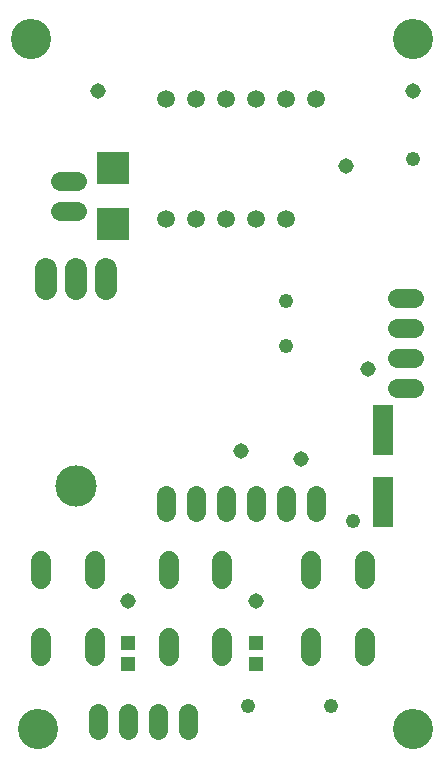
<source format=gbs>
G75*
%MOIN*%
%OFA0B0*%
%FSLAX25Y25*%
%IPPOS*%
%LPD*%
%AMOC8*
5,1,8,0,0,1.08239X$1,22.5*
%
%ADD10C,0.13398*%
%ADD11C,0.06400*%
%ADD12C,0.06800*%
%ADD13R,0.05052X0.04934*%
%ADD14C,0.05950*%
%ADD15C,0.07400*%
%ADD16C,0.13800*%
%ADD17R,0.10800X0.10800*%
%ADD18R,0.07099X0.16548*%
%ADD19C,0.05156*%
%ADD20C,0.04762*%
D10*
X0014300Y0014300D03*
X0139300Y0014300D03*
X0139300Y0244300D03*
X0011800Y0244300D03*
D11*
X0021500Y0196800D02*
X0027100Y0196800D01*
X0027100Y0186800D02*
X0021500Y0186800D01*
X0056800Y0092100D02*
X0056800Y0086500D01*
X0066800Y0086500D02*
X0066800Y0092100D01*
X0076800Y0092100D02*
X0076800Y0086500D01*
X0086800Y0086500D02*
X0086800Y0092100D01*
X0096800Y0092100D02*
X0096800Y0086500D01*
X0106800Y0086500D02*
X0106800Y0092100D01*
X0134000Y0127800D02*
X0139600Y0127800D01*
X0139600Y0137800D02*
X0134000Y0137800D01*
X0134000Y0147800D02*
X0139600Y0147800D01*
X0139600Y0157800D02*
X0134000Y0157800D01*
X0064300Y0019600D02*
X0064300Y0014000D01*
X0054300Y0014000D02*
X0054300Y0019600D01*
X0044300Y0019600D02*
X0044300Y0014000D01*
X0034300Y0014000D02*
X0034300Y0019600D01*
D12*
X0033200Y0038500D02*
X0033200Y0044500D01*
X0033200Y0064100D02*
X0033200Y0070100D01*
X0015400Y0070100D02*
X0015400Y0064100D01*
X0015400Y0044500D02*
X0015400Y0038500D01*
X0057900Y0038500D02*
X0057900Y0044500D01*
X0057900Y0064100D02*
X0057900Y0070100D01*
X0075700Y0070100D02*
X0075700Y0064100D01*
X0075700Y0044500D02*
X0075700Y0038500D01*
X0105400Y0038500D02*
X0105400Y0044500D01*
X0105400Y0064100D02*
X0105400Y0070100D01*
X0123200Y0070100D02*
X0123200Y0064100D01*
X0123200Y0044500D02*
X0123200Y0038500D01*
D13*
X0086800Y0035855D03*
X0086800Y0042745D03*
X0044300Y0042745D03*
X0044300Y0035855D03*
D14*
X0056800Y0184300D03*
X0066800Y0184300D03*
X0076800Y0184300D03*
X0086800Y0184300D03*
X0096800Y0184300D03*
X0096800Y0224300D03*
X0106800Y0224300D03*
X0086800Y0224300D03*
X0076800Y0224300D03*
X0066800Y0224300D03*
X0056800Y0224300D03*
D15*
X0036800Y0167600D02*
X0036800Y0161000D01*
X0026800Y0161000D02*
X0026800Y0167600D01*
X0016800Y0167600D02*
X0016800Y0161000D01*
D16*
X0026800Y0095300D03*
D17*
X0039300Y0182550D03*
X0039300Y0201050D03*
D18*
X0129300Y0113808D03*
X0129300Y0089792D03*
D19*
X0124300Y0134300D03*
X0101800Y0104300D03*
X0081800Y0106800D03*
X0086800Y0056800D03*
X0044300Y0056800D03*
X0116800Y0201800D03*
X0139300Y0226800D03*
X0034300Y0226800D03*
D20*
X0096800Y0156800D03*
X0096800Y0141800D03*
X0119300Y0083355D03*
X0111800Y0021800D03*
X0084300Y0021800D03*
X0139300Y0204300D03*
M02*

</source>
